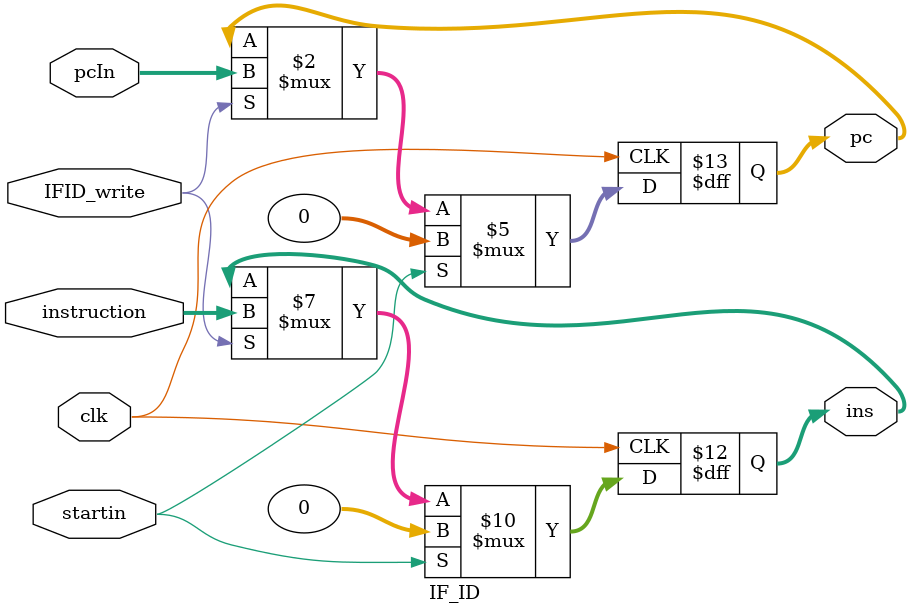
<source format=v>
module IF_ID(startin, clk, instruction, pcIn, ins, pc, IFID_write);
	input clk, startin, IFID_write;
	input [31:0] instruction, pcIn;
	output reg [31:0] ins, pc;
	always @(posedge clk) begin
		if(startin) begin
			ins <= 0;
			pc <= 0;
		end else begin
			if(IFID_write) begin
				ins <= instruction;
				pc <= pcIn;
			end
		end
	
	end

endmodule

</source>
